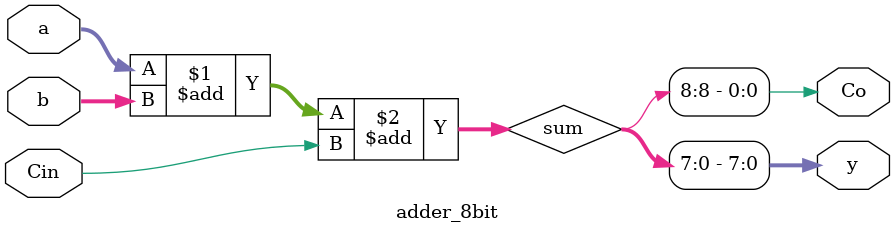
<source format=v>

module adder_16bit (
    input wire [15:0] a,
    input wire [15:0] b,
    input wire Cin,
    output wire [15:0] y,
    output wire Co
);

    wire carry_out_1; // Intermediate carry between the first and second 8-bit adders

    // First 8-bit adder for lower 8 bits
    adder_8bit u_adder_8bit_1 (
        .a(a[7:0]),
        .b(b[7:0]),
        .Cin(Cin),
        .y(y[7:0]),
        .Co(carry_out_1)
    );

    // Second 8-bit adder for upper 8 bits
    adder_8bit u_adder_8bit_2 (
        .a(a[15:8]),
        .b(b[15:8]),
        .Cin(carry_out_1),
        .y(y[15:8]),
        .Co(Co)
    );

endmodule

// Submodule: 8-bit full adder
module adder_8bit (
    input wire [7:0] a,
    input wire [7:0] b,
    input wire Cin,
    output wire [7:0] y,
    output wire Co
);

    wire [8:0] sum; // Use a 9-bit wire for internal sum including carry
    assign sum = a + b + Cin;

    assign y = sum[7:0]; // Least significant 8 bits are the sum output
    assign Co = sum[8];  // Most significant bit is the carry-out

endmodule
</source>
